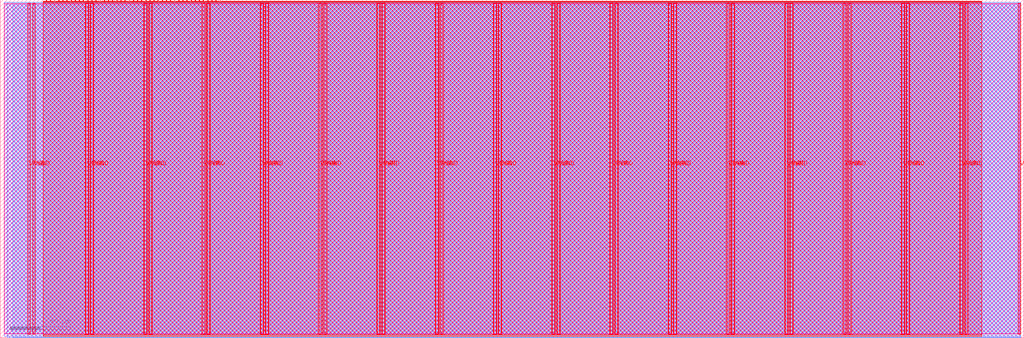
<source format=lef>
VERSION 5.7 ;
  NOWIREEXTENSIONATPIN ON ;
  DIVIDERCHAR "/" ;
  BUSBITCHARS "[]" ;
MACRO tt_um_essen
  CLASS BLOCK ;
  FOREIGN tt_um_essen ;
  ORIGIN 0.000 0.000 ;
  SIZE 682.640 BY 225.760 ;
  PIN VGND
    DIRECTION INOUT ;
    USE GROUND ;
    PORT
      LAYER met4 ;
        RECT 21.580 2.480 23.180 223.280 ;
    END
    PORT
      LAYER met4 ;
        RECT 60.450 2.480 62.050 223.280 ;
    END
    PORT
      LAYER met4 ;
        RECT 99.320 2.480 100.920 223.280 ;
    END
    PORT
      LAYER met4 ;
        RECT 138.190 2.480 139.790 223.280 ;
    END
    PORT
      LAYER met4 ;
        RECT 177.060 2.480 178.660 223.280 ;
    END
    PORT
      LAYER met4 ;
        RECT 215.930 2.480 217.530 223.280 ;
    END
    PORT
      LAYER met4 ;
        RECT 254.800 2.480 256.400 223.280 ;
    END
    PORT
      LAYER met4 ;
        RECT 293.670 2.480 295.270 223.280 ;
    END
    PORT
      LAYER met4 ;
        RECT 332.540 2.480 334.140 223.280 ;
    END
    PORT
      LAYER met4 ;
        RECT 371.410 2.480 373.010 223.280 ;
    END
    PORT
      LAYER met4 ;
        RECT 410.280 2.480 411.880 223.280 ;
    END
    PORT
      LAYER met4 ;
        RECT 449.150 2.480 450.750 223.280 ;
    END
    PORT
      LAYER met4 ;
        RECT 488.020 2.480 489.620 223.280 ;
    END
    PORT
      LAYER met4 ;
        RECT 526.890 2.480 528.490 223.280 ;
    END
    PORT
      LAYER met4 ;
        RECT 565.760 2.480 567.360 223.280 ;
    END
    PORT
      LAYER met4 ;
        RECT 604.630 2.480 606.230 223.280 ;
    END
    PORT
      LAYER met4 ;
        RECT 643.500 2.480 645.100 223.280 ;
    END
  END VGND
  PIN VPWR
    DIRECTION INOUT ;
    USE POWER ;
    PORT
      LAYER met4 ;
        RECT 18.280 2.480 19.880 223.280 ;
    END
    PORT
      LAYER met4 ;
        RECT 57.150 2.480 58.750 223.280 ;
    END
    PORT
      LAYER met4 ;
        RECT 96.020 2.480 97.620 223.280 ;
    END
    PORT
      LAYER met4 ;
        RECT 134.890 2.480 136.490 223.280 ;
    END
    PORT
      LAYER met4 ;
        RECT 173.760 2.480 175.360 223.280 ;
    END
    PORT
      LAYER met4 ;
        RECT 212.630 2.480 214.230 223.280 ;
    END
    PORT
      LAYER met4 ;
        RECT 251.500 2.480 253.100 223.280 ;
    END
    PORT
      LAYER met4 ;
        RECT 290.370 2.480 291.970 223.280 ;
    END
    PORT
      LAYER met4 ;
        RECT 329.240 2.480 330.840 223.280 ;
    END
    PORT
      LAYER met4 ;
        RECT 368.110 2.480 369.710 223.280 ;
    END
    PORT
      LAYER met4 ;
        RECT 406.980 2.480 408.580 223.280 ;
    END
    PORT
      LAYER met4 ;
        RECT 445.850 2.480 447.450 223.280 ;
    END
    PORT
      LAYER met4 ;
        RECT 484.720 2.480 486.320 223.280 ;
    END
    PORT
      LAYER met4 ;
        RECT 523.590 2.480 525.190 223.280 ;
    END
    PORT
      LAYER met4 ;
        RECT 562.460 2.480 564.060 223.280 ;
    END
    PORT
      LAYER met4 ;
        RECT 601.330 2.480 602.930 223.280 ;
    END
    PORT
      LAYER met4 ;
        RECT 640.200 2.480 641.800 223.280 ;
    END
    PORT
      LAYER met4 ;
        RECT 679.070 2.480 680.670 223.280 ;
    END
  END VPWR
  PIN clk
    DIRECTION INPUT ;
    USE SIGNAL ;
    ANTENNAGATEAREA 1.286700 ;
    ANTENNADIFFAREA 0.434700 ;
    PORT
      LAYER met4 ;
        RECT 143.830 224.760 144.130 225.760 ;
    END
  END clk
  PIN ena
    DIRECTION INPUT ;
    USE SIGNAL ;
    ANTENNAGATEAREA 0.631200 ;
    ANTENNADIFFAREA 0.434700 ;
    PORT
      LAYER met4 ;
        RECT 146.590 224.760 146.890 225.760 ;
    END
  END ena
  PIN rst_n
    DIRECTION INPUT ;
    USE SIGNAL ;
    ANTENNAGATEAREA 0.593700 ;
    ANTENNADIFFAREA 0.434700 ;
    PORT
      LAYER met4 ;
        RECT 141.070 224.760 141.370 225.760 ;
    END
  END rst_n
  PIN ui_in[0]
    DIRECTION INPUT ;
    USE SIGNAL ;
    ANTENNAGATEAREA 0.631200 ;
    ANTENNADIFFAREA 0.434700 ;
    PORT
      LAYER met4 ;
        RECT 138.310 224.760 138.610 225.760 ;
    END
  END ui_in[0]
  PIN ui_in[1]
    DIRECTION INPUT ;
    USE SIGNAL ;
    ANTENNAGATEAREA 0.631200 ;
    ANTENNADIFFAREA 0.434700 ;
    PORT
      LAYER met4 ;
        RECT 135.550 224.760 135.850 225.760 ;
    END
  END ui_in[1]
  PIN ui_in[2]
    DIRECTION INPUT ;
    USE SIGNAL ;
    ANTENNAGATEAREA 0.631200 ;
    ANTENNADIFFAREA 0.434700 ;
    PORT
      LAYER met4 ;
        RECT 132.790 224.760 133.090 225.760 ;
    END
  END ui_in[2]
  PIN ui_in[3]
    DIRECTION INPUT ;
    USE SIGNAL ;
    ANTENNAGATEAREA 0.631200 ;
    ANTENNADIFFAREA 0.434700 ;
    PORT
      LAYER met4 ;
        RECT 130.030 224.760 130.330 225.760 ;
    END
  END ui_in[3]
  PIN ui_in[4]
    DIRECTION INPUT ;
    USE SIGNAL ;
    ANTENNAGATEAREA 0.631200 ;
    ANTENNADIFFAREA 0.434700 ;
    PORT
      LAYER met4 ;
        RECT 127.270 224.760 127.570 225.760 ;
    END
  END ui_in[4]
  PIN ui_in[5]
    DIRECTION INPUT ;
    USE SIGNAL ;
    ANTENNAGATEAREA 0.631200 ;
    ANTENNADIFFAREA 0.434700 ;
    PORT
      LAYER met4 ;
        RECT 124.510 224.760 124.810 225.760 ;
    END
  END ui_in[5]
  PIN ui_in[6]
    DIRECTION INPUT ;
    USE SIGNAL ;
    ANTENNAGATEAREA 0.631200 ;
    ANTENNADIFFAREA 0.434700 ;
    PORT
      LAYER met4 ;
        RECT 121.750 224.760 122.050 225.760 ;
    END
  END ui_in[6]
  PIN ui_in[7]
    DIRECTION INPUT ;
    USE SIGNAL ;
    ANTENNAGATEAREA 0.631200 ;
    ANTENNADIFFAREA 0.434700 ;
    PORT
      LAYER met4 ;
        RECT 118.990 224.760 119.290 225.760 ;
    END
  END ui_in[7]
  PIN uio_in[0]
    DIRECTION INPUT ;
    USE SIGNAL ;
    ANTENNAGATEAREA 0.631200 ;
    ANTENNADIFFAREA 0.434700 ;
    PORT
      LAYER met4 ;
        RECT 116.230 224.760 116.530 225.760 ;
    END
  END uio_in[0]
  PIN uio_in[1]
    DIRECTION INPUT ;
    USE SIGNAL ;
    ANTENNAGATEAREA 0.631200 ;
    ANTENNADIFFAREA 0.434700 ;
    PORT
      LAYER met4 ;
        RECT 113.470 224.760 113.770 225.760 ;
    END
  END uio_in[1]
  PIN uio_in[2]
    DIRECTION INPUT ;
    USE SIGNAL ;
    ANTENNAGATEAREA 0.631200 ;
    ANTENNADIFFAREA 0.434700 ;
    PORT
      LAYER met4 ;
        RECT 110.710 224.760 111.010 225.760 ;
    END
  END uio_in[2]
  PIN uio_in[3]
    DIRECTION INPUT ;
    USE SIGNAL ;
    PORT
      LAYER met4 ;
        RECT 107.950 224.760 108.250 225.760 ;
    END
  END uio_in[3]
  PIN uio_in[4]
    DIRECTION INPUT ;
    USE SIGNAL ;
    ANTENNAGATEAREA 0.631200 ;
    ANTENNADIFFAREA 0.434700 ;
    PORT
      LAYER met4 ;
        RECT 105.190 224.760 105.490 225.760 ;
    END
  END uio_in[4]
  PIN uio_in[5]
    DIRECTION INPUT ;
    USE SIGNAL ;
    ANTENNAGATEAREA 0.631200 ;
    ANTENNADIFFAREA 0.434700 ;
    PORT
      LAYER met4 ;
        RECT 102.430 224.760 102.730 225.760 ;
    END
  END uio_in[5]
  PIN uio_in[6]
    DIRECTION INPUT ;
    USE SIGNAL ;
    PORT
      LAYER met4 ;
        RECT 99.670 224.760 99.970 225.760 ;
    END
  END uio_in[6]
  PIN uio_in[7]
    DIRECTION INPUT ;
    USE SIGNAL ;
    PORT
      LAYER met4 ;
        RECT 96.910 224.760 97.210 225.760 ;
    END
  END uio_in[7]
  PIN uio_oe[0]
    DIRECTION OUTPUT ;
    USE SIGNAL ;
    PORT
      LAYER met4 ;
        RECT 49.990 224.760 50.290 225.760 ;
    END
  END uio_oe[0]
  PIN uio_oe[1]
    DIRECTION OUTPUT ;
    USE SIGNAL ;
    PORT
      LAYER met4 ;
        RECT 47.230 224.760 47.530 225.760 ;
    END
  END uio_oe[1]
  PIN uio_oe[2]
    DIRECTION OUTPUT ;
    USE SIGNAL ;
    PORT
      LAYER met4 ;
        RECT 44.470 224.760 44.770 225.760 ;
    END
  END uio_oe[2]
  PIN uio_oe[3]
    DIRECTION OUTPUT ;
    USE SIGNAL ;
    PORT
      LAYER met4 ;
        RECT 41.710 224.760 42.010 225.760 ;
    END
  END uio_oe[3]
  PIN uio_oe[4]
    DIRECTION OUTPUT ;
    USE SIGNAL ;
    PORT
      LAYER met4 ;
        RECT 38.950 224.760 39.250 225.760 ;
    END
  END uio_oe[4]
  PIN uio_oe[5]
    DIRECTION OUTPUT ;
    USE SIGNAL ;
    PORT
      LAYER met4 ;
        RECT 36.190 224.760 36.490 225.760 ;
    END
  END uio_oe[5]
  PIN uio_oe[6]
    DIRECTION OUTPUT ;
    USE SIGNAL ;
    PORT
      LAYER met4 ;
        RECT 33.430 224.760 33.730 225.760 ;
    END
  END uio_oe[6]
  PIN uio_oe[7]
    DIRECTION OUTPUT ;
    USE SIGNAL ;
    PORT
      LAYER met4 ;
        RECT 30.670 224.760 30.970 225.760 ;
    END
  END uio_oe[7]
  PIN uio_out[0]
    DIRECTION OUTPUT ;
    USE SIGNAL ;
    PORT
      LAYER met4 ;
        RECT 72.070 224.760 72.370 225.760 ;
    END
  END uio_out[0]
  PIN uio_out[1]
    DIRECTION OUTPUT ;
    USE SIGNAL ;
    PORT
      LAYER met4 ;
        RECT 69.310 224.760 69.610 225.760 ;
    END
  END uio_out[1]
  PIN uio_out[2]
    DIRECTION OUTPUT ;
    USE SIGNAL ;
    PORT
      LAYER met4 ;
        RECT 66.550 224.760 66.850 225.760 ;
    END
  END uio_out[2]
  PIN uio_out[3]
    DIRECTION OUTPUT ;
    USE SIGNAL ;
    ANTENNADIFFAREA 0.445500 ;
    PORT
      LAYER met4 ;
        RECT 63.790 224.760 64.090 225.760 ;
    END
  END uio_out[3]
  PIN uio_out[4]
    DIRECTION OUTPUT ;
    USE SIGNAL ;
    PORT
      LAYER met4 ;
        RECT 61.030 224.760 61.330 225.760 ;
    END
  END uio_out[4]
  PIN uio_out[5]
    DIRECTION OUTPUT ;
    USE SIGNAL ;
    PORT
      LAYER met4 ;
        RECT 58.270 224.760 58.570 225.760 ;
    END
  END uio_out[5]
  PIN uio_out[6]
    DIRECTION OUTPUT ;
    USE SIGNAL ;
    PORT
      LAYER met4 ;
        RECT 55.510 224.760 55.810 225.760 ;
    END
  END uio_out[6]
  PIN uio_out[7]
    DIRECTION OUTPUT ;
    USE SIGNAL ;
    ANTENNADIFFAREA 0.445500 ;
    PORT
      LAYER met4 ;
        RECT 52.750 224.760 53.050 225.760 ;
    END
  END uio_out[7]
  PIN uo_out[0]
    DIRECTION OUTPUT ;
    USE SIGNAL ;
    ANTENNADIFFAREA 0.445500 ;
    PORT
      LAYER met4 ;
        RECT 94.150 224.760 94.450 225.760 ;
    END
  END uo_out[0]
  PIN uo_out[1]
    DIRECTION OUTPUT ;
    USE SIGNAL ;
    ANTENNADIFFAREA 0.445500 ;
    PORT
      LAYER met4 ;
        RECT 91.390 224.760 91.690 225.760 ;
    END
  END uo_out[1]
  PIN uo_out[2]
    DIRECTION OUTPUT ;
    USE SIGNAL ;
    ANTENNADIFFAREA 0.445500 ;
    PORT
      LAYER met4 ;
        RECT 88.630 224.760 88.930 225.760 ;
    END
  END uo_out[2]
  PIN uo_out[3]
    DIRECTION OUTPUT ;
    USE SIGNAL ;
    ANTENNADIFFAREA 0.445500 ;
    PORT
      LAYER met4 ;
        RECT 85.870 224.760 86.170 225.760 ;
    END
  END uo_out[3]
  PIN uo_out[4]
    DIRECTION OUTPUT ;
    USE SIGNAL ;
    ANTENNADIFFAREA 0.445500 ;
    PORT
      LAYER met4 ;
        RECT 83.110 224.760 83.410 225.760 ;
    END
  END uo_out[4]
  PIN uo_out[5]
    DIRECTION OUTPUT ;
    USE SIGNAL ;
    ANTENNADIFFAREA 0.445500 ;
    PORT
      LAYER met4 ;
        RECT 80.350 224.760 80.650 225.760 ;
    END
  END uo_out[5]
  PIN uo_out[6]
    DIRECTION OUTPUT ;
    USE SIGNAL ;
    ANTENNADIFFAREA 0.445500 ;
    PORT
      LAYER met4 ;
        RECT 77.590 224.760 77.890 225.760 ;
    END
  END uo_out[6]
  PIN uo_out[7]
    DIRECTION OUTPUT ;
    USE SIGNAL ;
    ANTENNADIFFAREA 0.445500 ;
    PORT
      LAYER met4 ;
        RECT 74.830 224.760 75.130 225.760 ;
    END
  END uo_out[7]
  OBS
      LAYER nwell ;
        RECT 2.570 2.635 680.070 223.230 ;
      LAYER li1 ;
        RECT 2.760 2.635 679.880 223.125 ;
      LAYER met1 ;
        RECT 2.760 1.060 680.670 224.020 ;
      LAYER met2 ;
        RECT 4.700 0.155 680.640 224.245 ;
      LAYER met3 ;
        RECT 8.345 0.175 680.660 224.225 ;
      LAYER met4 ;
        RECT 28.815 224.360 30.270 224.760 ;
        RECT 31.370 224.360 33.030 224.760 ;
        RECT 34.130 224.360 35.790 224.760 ;
        RECT 36.890 224.360 38.550 224.760 ;
        RECT 39.650 224.360 41.310 224.760 ;
        RECT 42.410 224.360 44.070 224.760 ;
        RECT 45.170 224.360 46.830 224.760 ;
        RECT 47.930 224.360 49.590 224.760 ;
        RECT 50.690 224.360 52.350 224.760 ;
        RECT 53.450 224.360 55.110 224.760 ;
        RECT 56.210 224.360 57.870 224.760 ;
        RECT 58.970 224.360 60.630 224.760 ;
        RECT 61.730 224.360 63.390 224.760 ;
        RECT 64.490 224.360 66.150 224.760 ;
        RECT 67.250 224.360 68.910 224.760 ;
        RECT 70.010 224.360 71.670 224.760 ;
        RECT 72.770 224.360 74.430 224.760 ;
        RECT 75.530 224.360 77.190 224.760 ;
        RECT 78.290 224.360 79.950 224.760 ;
        RECT 81.050 224.360 82.710 224.760 ;
        RECT 83.810 224.360 85.470 224.760 ;
        RECT 86.570 224.360 88.230 224.760 ;
        RECT 89.330 224.360 90.990 224.760 ;
        RECT 92.090 224.360 93.750 224.760 ;
        RECT 94.850 224.360 96.510 224.760 ;
        RECT 97.610 224.360 99.270 224.760 ;
        RECT 100.370 224.360 102.030 224.760 ;
        RECT 103.130 224.360 104.790 224.760 ;
        RECT 105.890 224.360 107.550 224.760 ;
        RECT 108.650 224.360 110.310 224.760 ;
        RECT 111.410 224.360 113.070 224.760 ;
        RECT 114.170 224.360 115.830 224.760 ;
        RECT 116.930 224.360 118.590 224.760 ;
        RECT 119.690 224.360 121.350 224.760 ;
        RECT 122.450 224.360 124.110 224.760 ;
        RECT 125.210 224.360 126.870 224.760 ;
        RECT 127.970 224.360 129.630 224.760 ;
        RECT 130.730 224.360 132.390 224.760 ;
        RECT 133.490 224.360 135.150 224.760 ;
        RECT 136.250 224.360 137.910 224.760 ;
        RECT 139.010 224.360 140.670 224.760 ;
        RECT 141.770 224.360 143.430 224.760 ;
        RECT 144.530 224.360 146.190 224.760 ;
        RECT 147.290 224.360 654.745 224.760 ;
        RECT 28.815 223.680 654.745 224.360 ;
        RECT 28.815 2.080 56.750 223.680 ;
        RECT 59.150 2.080 60.050 223.680 ;
        RECT 62.450 2.080 95.620 223.680 ;
        RECT 98.020 2.080 98.920 223.680 ;
        RECT 101.320 2.080 134.490 223.680 ;
        RECT 136.890 2.080 137.790 223.680 ;
        RECT 140.190 2.080 173.360 223.680 ;
        RECT 175.760 2.080 176.660 223.680 ;
        RECT 179.060 2.080 212.230 223.680 ;
        RECT 214.630 2.080 215.530 223.680 ;
        RECT 217.930 2.080 251.100 223.680 ;
        RECT 253.500 2.080 254.400 223.680 ;
        RECT 256.800 2.080 289.970 223.680 ;
        RECT 292.370 2.080 293.270 223.680 ;
        RECT 295.670 2.080 328.840 223.680 ;
        RECT 331.240 2.080 332.140 223.680 ;
        RECT 334.540 2.080 367.710 223.680 ;
        RECT 370.110 2.080 371.010 223.680 ;
        RECT 373.410 2.080 406.580 223.680 ;
        RECT 408.980 2.080 409.880 223.680 ;
        RECT 412.280 2.080 445.450 223.680 ;
        RECT 447.850 2.080 448.750 223.680 ;
        RECT 451.150 2.080 484.320 223.680 ;
        RECT 486.720 2.080 487.620 223.680 ;
        RECT 490.020 2.080 523.190 223.680 ;
        RECT 525.590 2.080 526.490 223.680 ;
        RECT 528.890 2.080 562.060 223.680 ;
        RECT 564.460 2.080 565.360 223.680 ;
        RECT 567.760 2.080 600.930 223.680 ;
        RECT 603.330 2.080 604.230 223.680 ;
        RECT 606.630 2.080 639.800 223.680 ;
        RECT 642.200 2.080 643.100 223.680 ;
        RECT 645.500 2.080 654.745 223.680 ;
        RECT 28.815 0.855 654.745 2.080 ;
  END
END tt_um_essen
END LIBRARY


</source>
